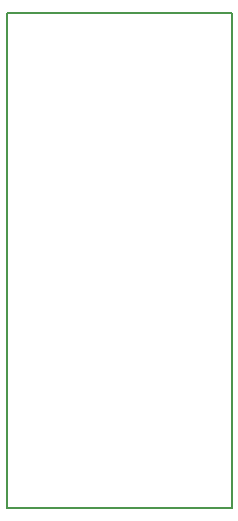
<source format=gbr>
G04 #@! TF.FileFunction,Profile,NP*
%FSLAX46Y46*%
G04 Gerber Fmt 4.6, Leading zero omitted, Abs format (unit mm)*
G04 Created by KiCad (PCBNEW 4.0.3-stable) date 08/24/16 12:32:38*
%MOMM*%
%LPD*%
G01*
G04 APERTURE LIST*
%ADD10C,0.100000*%
%ADD11C,0.150000*%
G04 APERTURE END LIST*
D10*
D11*
X154305000Y-123825000D02*
X135255000Y-123825000D01*
X154305000Y-81915000D02*
X154305000Y-123825000D01*
X135255000Y-81915000D02*
X154305000Y-81915000D01*
X135255000Y-123825000D02*
X135255000Y-81915000D01*
M02*

</source>
